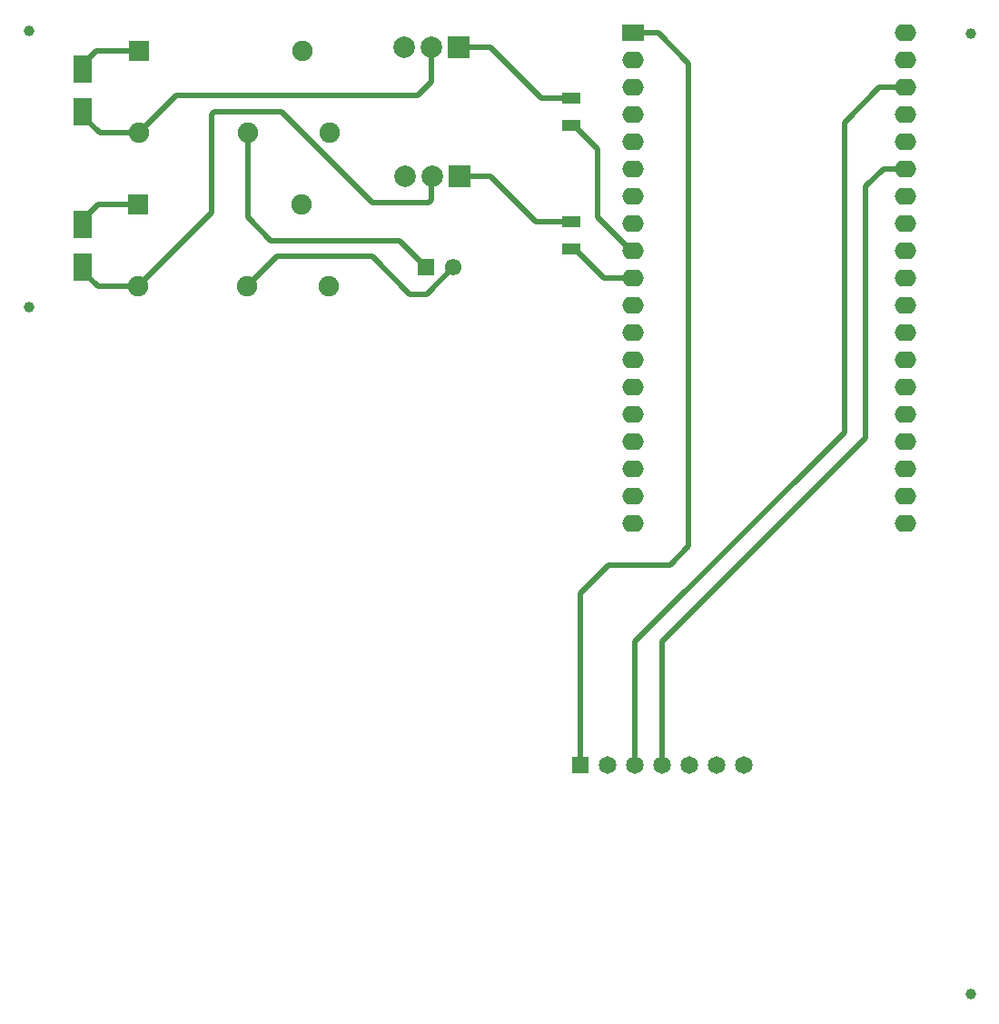
<source format=gtl>
G04*
G04 #@! TF.GenerationSoftware,Altium Limited,Altium Designer,21.7.2 (23)*
G04*
G04 Layer_Physical_Order=1*
G04 Layer_Color=255*
%FSLAX25Y25*%
%MOIN*%
G70*
G04*
G04 #@! TF.SameCoordinates,BCDA84E1-426D-41BB-A13D-26443B01BCB4*
G04*
G04*
G04 #@! TF.FilePolarity,Positive*
G04*
G01*
G75*
%ADD16R,0.07087X0.04134*%
%ADD17R,0.06693X0.09843*%
%ADD31C,0.01968*%
%ADD32C,0.06496*%
%ADD33R,0.06496X0.06496*%
%ADD34C,0.03937*%
%ADD35R,0.07874X0.07874*%
%ADD36C,0.07874*%
%ADD37R,0.06102X0.06102*%
%ADD38C,0.06102*%
%ADD39C,0.07480*%
%ADD40R,0.07480X0.07480*%
%ADD41O,0.07874X0.06299*%
%ADD42R,0.07874X0.06299*%
D16*
X600394Y438091D02*
D03*
Y428051D02*
D03*
Y382776D02*
D03*
Y392815D02*
D03*
D17*
X421260Y433071D02*
D03*
Y448819D02*
D03*
Y391732D02*
D03*
Y375984D02*
D03*
D31*
X633937Y193307D02*
Y238583D01*
X623937Y193307D02*
Y238583D01*
X603937Y193307D02*
Y256496D01*
X614173Y266732D02*
X636811D01*
X603937Y256496D02*
X614173Y266732D01*
X643701Y273622D02*
Y450787D01*
X636811Y266732D02*
X643701Y273622D01*
X559370Y409449D02*
X570866D01*
X587500Y392815D02*
X600394D01*
X570866Y409449D02*
X587500Y392815D01*
X559055Y456693D02*
X570866D01*
X589468Y438091D01*
X600394D01*
X610236Y394252D02*
Y419291D01*
X602953Y426575D02*
Y426968D01*
X600394Y428051D02*
X601870D01*
X602953Y426968D01*
Y426575D02*
X610236Y419291D01*
X622441Y382047D02*
X623228D01*
X610236Y394252D02*
X622441Y382047D01*
X612598Y372047D02*
X623228D01*
X600394Y382776D02*
X601870D01*
X612598Y372047D01*
X623228Y462047D02*
X632441D01*
X643701Y450787D01*
X623937Y238583D02*
X700787Y315433D01*
Y429134D02*
X713701Y442047D01*
X700787Y315433D02*
Y429134D01*
X713701Y442047D02*
X723228D01*
X708661Y405512D02*
X715197Y412047D01*
X708661Y313307D02*
Y405512D01*
X715197Y412047D02*
X723228D01*
X633937Y238583D02*
X708661Y313307D01*
X549213Y409291D02*
X549370Y409449D01*
X548060Y399606D02*
X549213Y400759D01*
X527559Y399606D02*
X548060D01*
X549213Y400759D02*
Y409291D01*
X494095Y433071D02*
X527559Y399606D01*
X469657Y433071D02*
X494095D01*
X468504Y431918D02*
X469657Y433071D01*
X441378Y368858D02*
X468504Y395984D01*
Y431918D01*
X544123Y438976D02*
X549213Y444066D01*
X455591Y438976D02*
X544123D01*
X441811Y425197D02*
X455591Y438976D01*
X492441Y379921D02*
X527559D01*
X541339Y366142D02*
X547402D01*
X527559Y379921D02*
X541339Y366142D01*
X481811Y394173D02*
Y425197D01*
Y394173D02*
X490158Y385827D01*
X537402D01*
X547244Y375984D01*
X547402Y366142D02*
X557244Y375984D01*
X481378Y368858D02*
X492441Y379921D01*
X549213Y444066D02*
Y456535D01*
X501826Y456693D02*
X502268Y456251D01*
X421260Y374410D02*
X426811Y368858D01*
X441378D01*
X421260Y374410D02*
Y375984D01*
Y393307D02*
X426811Y398858D01*
X421260Y391732D02*
Y393307D01*
X426811Y398858D02*
X441378D01*
X421260Y431496D02*
X427559Y425197D01*
X441811D01*
X421260Y431496D02*
Y433071D01*
Y450394D02*
X426063Y455197D01*
X441811D01*
X421260Y448819D02*
Y450394D01*
X549055Y456693D02*
X549213Y456535D01*
D32*
X663937Y193307D02*
D03*
X653937D02*
D03*
X643937D02*
D03*
X633937D02*
D03*
X623937D02*
D03*
X613937D02*
D03*
D33*
X603937D02*
D03*
D34*
X747047Y109252D02*
D03*
Y461614D02*
D03*
X401575Y361221D02*
D03*
Y462598D02*
D03*
D35*
X559055Y456693D02*
D03*
X559370Y409449D02*
D03*
D36*
X539055Y456693D02*
D03*
X549055D02*
D03*
X549370Y409449D02*
D03*
X539370D02*
D03*
D37*
X547244Y375984D02*
D03*
D38*
X557244D02*
D03*
D39*
X441378Y368858D02*
D03*
X481378D02*
D03*
X511378D02*
D03*
X501378Y398858D02*
D03*
X441811Y425197D02*
D03*
X481811D02*
D03*
X511811D02*
D03*
X501811Y455197D02*
D03*
D40*
X441378Y398858D02*
D03*
X441811Y455197D02*
D03*
D41*
X723228Y282047D02*
D03*
Y292047D02*
D03*
Y302047D02*
D03*
Y312047D02*
D03*
Y322047D02*
D03*
Y332047D02*
D03*
Y342047D02*
D03*
Y352047D02*
D03*
Y362047D02*
D03*
Y372047D02*
D03*
Y382047D02*
D03*
Y392047D02*
D03*
Y402047D02*
D03*
Y412047D02*
D03*
Y422047D02*
D03*
Y432047D02*
D03*
Y442047D02*
D03*
Y452047D02*
D03*
Y462047D02*
D03*
X623228Y282047D02*
D03*
Y292047D02*
D03*
Y302047D02*
D03*
Y312047D02*
D03*
Y322047D02*
D03*
Y332047D02*
D03*
Y342047D02*
D03*
Y352047D02*
D03*
Y362047D02*
D03*
Y372047D02*
D03*
Y382047D02*
D03*
Y392047D02*
D03*
Y402047D02*
D03*
Y412047D02*
D03*
Y422047D02*
D03*
Y432047D02*
D03*
Y442047D02*
D03*
Y452047D02*
D03*
D42*
Y462047D02*
D03*
M02*

</source>
